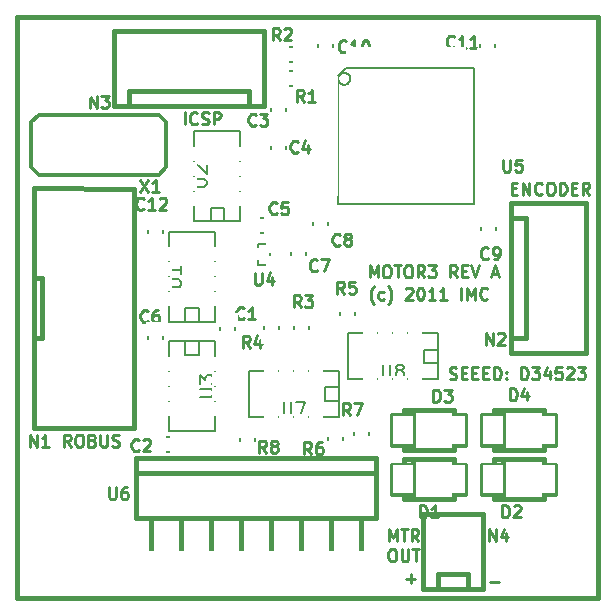
<source format=gto>
G04 (created by PCBNEW-RS274X (2011-08-24 BZR 3081)-stable) date Thu 22 Sep 2011 09:33:31 PM PDT*
G01*
G70*
G90*
%MOIN*%
G04 Gerber Fmt 3.4, Leading zero omitted, Abs format*
%FSLAX34Y34*%
G04 APERTURE LIST*
%ADD10C,0.006000*%
%ADD11C,0.010000*%
%ADD12C,0.015000*%
%ADD13C,0.005000*%
%ADD14C,0.007900*%
%ADD15C,0.012000*%
%ADD16C,0.008000*%
%ADD17C,0.280000*%
%ADD18R,0.080000X0.080000*%
%ADD19C,0.080000*%
%ADD20R,0.065000X0.045000*%
%ADD21R,0.045000X0.065000*%
%ADD22R,0.030000X0.067200*%
%ADD23R,0.067200X0.030000*%
%ADD24R,0.059400X0.043600*%
%ADD25R,0.067200X0.094800*%
%ADD26R,0.088900X0.045600*%
%ADD27R,0.045600X0.088900*%
G04 APERTURE END LIST*
G54D10*
G54D11*
X53943Y-51593D02*
X54000Y-51612D01*
X54096Y-51612D01*
X54134Y-51593D01*
X54153Y-51574D01*
X54172Y-51536D01*
X54172Y-51498D01*
X54153Y-51460D01*
X54134Y-51440D01*
X54096Y-51421D01*
X54019Y-51402D01*
X53981Y-51383D01*
X53962Y-51364D01*
X53943Y-51326D01*
X53943Y-51288D01*
X53962Y-51250D01*
X53981Y-51231D01*
X54019Y-51212D01*
X54115Y-51212D01*
X54172Y-51231D01*
X54343Y-51402D02*
X54477Y-51402D01*
X54534Y-51612D02*
X54343Y-51612D01*
X54343Y-51212D01*
X54534Y-51212D01*
X54705Y-51402D02*
X54839Y-51402D01*
X54896Y-51612D02*
X54705Y-51612D01*
X54705Y-51212D01*
X54896Y-51212D01*
X55067Y-51402D02*
X55201Y-51402D01*
X55258Y-51612D02*
X55067Y-51612D01*
X55067Y-51212D01*
X55258Y-51212D01*
X55429Y-51612D02*
X55429Y-51212D01*
X55524Y-51212D01*
X55582Y-51231D01*
X55620Y-51269D01*
X55639Y-51307D01*
X55658Y-51383D01*
X55658Y-51440D01*
X55639Y-51517D01*
X55620Y-51555D01*
X55582Y-51593D01*
X55524Y-51612D01*
X55429Y-51612D01*
X55829Y-51574D02*
X55848Y-51593D01*
X55829Y-51612D01*
X55810Y-51593D01*
X55829Y-51574D01*
X55829Y-51612D01*
X55829Y-51364D02*
X55848Y-51383D01*
X55829Y-51402D01*
X55810Y-51383D01*
X55829Y-51364D01*
X55829Y-51402D01*
X56324Y-51612D02*
X56324Y-51212D01*
X56419Y-51212D01*
X56477Y-51231D01*
X56515Y-51269D01*
X56534Y-51307D01*
X56553Y-51383D01*
X56553Y-51440D01*
X56534Y-51517D01*
X56515Y-51555D01*
X56477Y-51593D01*
X56419Y-51612D01*
X56324Y-51612D01*
X56686Y-51212D02*
X56934Y-51212D01*
X56800Y-51364D01*
X56858Y-51364D01*
X56896Y-51383D01*
X56915Y-51402D01*
X56934Y-51440D01*
X56934Y-51536D01*
X56915Y-51574D01*
X56896Y-51593D01*
X56858Y-51612D01*
X56743Y-51612D01*
X56705Y-51593D01*
X56686Y-51574D01*
X57277Y-51345D02*
X57277Y-51612D01*
X57181Y-51193D02*
X57086Y-51479D01*
X57334Y-51479D01*
X57677Y-51212D02*
X57486Y-51212D01*
X57467Y-51402D01*
X57486Y-51383D01*
X57524Y-51364D01*
X57620Y-51364D01*
X57658Y-51383D01*
X57677Y-51402D01*
X57696Y-51440D01*
X57696Y-51536D01*
X57677Y-51574D01*
X57658Y-51593D01*
X57620Y-51612D01*
X57524Y-51612D01*
X57486Y-51593D01*
X57467Y-51574D01*
X57848Y-51250D02*
X57867Y-51231D01*
X57905Y-51212D01*
X58001Y-51212D01*
X58039Y-51231D01*
X58058Y-51250D01*
X58077Y-51288D01*
X58077Y-51326D01*
X58058Y-51383D01*
X57829Y-51612D01*
X58077Y-51612D01*
X58210Y-51212D02*
X58458Y-51212D01*
X58324Y-51364D01*
X58382Y-51364D01*
X58420Y-51383D01*
X58439Y-51402D01*
X58458Y-51440D01*
X58458Y-51536D01*
X58439Y-51574D01*
X58420Y-51593D01*
X58382Y-51612D01*
X58267Y-51612D01*
X58229Y-51593D01*
X58210Y-51574D01*
X51431Y-49114D02*
X51411Y-49095D01*
X51373Y-49038D01*
X51354Y-49000D01*
X51335Y-48943D01*
X51316Y-48848D01*
X51316Y-48771D01*
X51335Y-48676D01*
X51354Y-48619D01*
X51373Y-48581D01*
X51411Y-48524D01*
X51431Y-48505D01*
X51755Y-48943D02*
X51717Y-48962D01*
X51640Y-48962D01*
X51602Y-48943D01*
X51583Y-48924D01*
X51564Y-48886D01*
X51564Y-48771D01*
X51583Y-48733D01*
X51602Y-48714D01*
X51640Y-48695D01*
X51717Y-48695D01*
X51755Y-48714D01*
X51888Y-49114D02*
X51907Y-49095D01*
X51945Y-49038D01*
X51964Y-49000D01*
X51983Y-48943D01*
X52002Y-48848D01*
X52002Y-48771D01*
X51983Y-48676D01*
X51964Y-48619D01*
X51945Y-48581D01*
X51907Y-48524D01*
X51888Y-48505D01*
X52479Y-48600D02*
X52498Y-48581D01*
X52536Y-48562D01*
X52632Y-48562D01*
X52670Y-48581D01*
X52689Y-48600D01*
X52708Y-48638D01*
X52708Y-48676D01*
X52689Y-48733D01*
X52460Y-48962D01*
X52708Y-48962D01*
X52955Y-48562D02*
X52994Y-48562D01*
X53032Y-48581D01*
X53051Y-48600D01*
X53070Y-48638D01*
X53089Y-48714D01*
X53089Y-48810D01*
X53070Y-48886D01*
X53051Y-48924D01*
X53032Y-48943D01*
X52994Y-48962D01*
X52955Y-48962D01*
X52917Y-48943D01*
X52898Y-48924D01*
X52879Y-48886D01*
X52860Y-48810D01*
X52860Y-48714D01*
X52879Y-48638D01*
X52898Y-48600D01*
X52917Y-48581D01*
X52955Y-48562D01*
X53470Y-48962D02*
X53241Y-48962D01*
X53355Y-48962D02*
X53355Y-48562D01*
X53317Y-48619D01*
X53279Y-48657D01*
X53241Y-48676D01*
X53851Y-48962D02*
X53622Y-48962D01*
X53736Y-48962D02*
X53736Y-48562D01*
X53698Y-48619D01*
X53660Y-48657D01*
X53622Y-48676D01*
X54327Y-48962D02*
X54327Y-48562D01*
X54517Y-48962D02*
X54517Y-48562D01*
X54651Y-48848D01*
X54784Y-48562D01*
X54784Y-48962D01*
X55203Y-48924D02*
X55184Y-48943D01*
X55127Y-48962D01*
X55089Y-48962D01*
X55031Y-48943D01*
X54993Y-48905D01*
X54974Y-48867D01*
X54955Y-48790D01*
X54955Y-48733D01*
X54974Y-48657D01*
X54993Y-48619D01*
X55031Y-48581D01*
X55089Y-48562D01*
X55127Y-48562D01*
X55184Y-48581D01*
X55203Y-48600D01*
X51276Y-48212D02*
X51276Y-47812D01*
X51410Y-48098D01*
X51543Y-47812D01*
X51543Y-48212D01*
X51809Y-47812D02*
X51886Y-47812D01*
X51924Y-47831D01*
X51962Y-47869D01*
X51981Y-47945D01*
X51981Y-48079D01*
X51962Y-48155D01*
X51924Y-48193D01*
X51886Y-48212D01*
X51809Y-48212D01*
X51771Y-48193D01*
X51733Y-48155D01*
X51714Y-48079D01*
X51714Y-47945D01*
X51733Y-47869D01*
X51771Y-47831D01*
X51809Y-47812D01*
X52095Y-47812D02*
X52324Y-47812D01*
X52209Y-48212D02*
X52209Y-47812D01*
X52533Y-47812D02*
X52610Y-47812D01*
X52648Y-47831D01*
X52686Y-47869D01*
X52705Y-47945D01*
X52705Y-48079D01*
X52686Y-48155D01*
X52648Y-48193D01*
X52610Y-48212D01*
X52533Y-48212D01*
X52495Y-48193D01*
X52457Y-48155D01*
X52438Y-48079D01*
X52438Y-47945D01*
X52457Y-47869D01*
X52495Y-47831D01*
X52533Y-47812D01*
X53105Y-48212D02*
X52971Y-48021D01*
X52876Y-48212D02*
X52876Y-47812D01*
X53029Y-47812D01*
X53067Y-47831D01*
X53086Y-47850D01*
X53105Y-47888D01*
X53105Y-47945D01*
X53086Y-47983D01*
X53067Y-48002D01*
X53029Y-48021D01*
X52876Y-48021D01*
X53238Y-47812D02*
X53486Y-47812D01*
X53352Y-47964D01*
X53410Y-47964D01*
X53448Y-47983D01*
X53467Y-48002D01*
X53486Y-48040D01*
X53486Y-48136D01*
X53467Y-48174D01*
X53448Y-48193D01*
X53410Y-48212D01*
X53295Y-48212D01*
X53257Y-48193D01*
X53238Y-48174D01*
X54191Y-48212D02*
X54057Y-48021D01*
X53962Y-48212D02*
X53962Y-47812D01*
X54115Y-47812D01*
X54153Y-47831D01*
X54172Y-47850D01*
X54191Y-47888D01*
X54191Y-47945D01*
X54172Y-47983D01*
X54153Y-48002D01*
X54115Y-48021D01*
X53962Y-48021D01*
X54362Y-48002D02*
X54496Y-48002D01*
X54553Y-48212D02*
X54362Y-48212D01*
X54362Y-47812D01*
X54553Y-47812D01*
X54667Y-47812D02*
X54800Y-48212D01*
X54934Y-47812D01*
X55353Y-48098D02*
X55544Y-48098D01*
X55315Y-48212D02*
X55448Y-47812D01*
X55582Y-48212D01*
X41315Y-53862D02*
X41181Y-53671D01*
X41086Y-53862D02*
X41086Y-53462D01*
X41239Y-53462D01*
X41277Y-53481D01*
X41296Y-53500D01*
X41315Y-53538D01*
X41315Y-53595D01*
X41296Y-53633D01*
X41277Y-53652D01*
X41239Y-53671D01*
X41086Y-53671D01*
X41562Y-53462D02*
X41639Y-53462D01*
X41677Y-53481D01*
X41715Y-53519D01*
X41734Y-53595D01*
X41734Y-53729D01*
X41715Y-53805D01*
X41677Y-53843D01*
X41639Y-53862D01*
X41562Y-53862D01*
X41524Y-53843D01*
X41486Y-53805D01*
X41467Y-53729D01*
X41467Y-53595D01*
X41486Y-53519D01*
X41524Y-53481D01*
X41562Y-53462D01*
X42039Y-53652D02*
X42096Y-53671D01*
X42115Y-53690D01*
X42134Y-53729D01*
X42134Y-53786D01*
X42115Y-53824D01*
X42096Y-53843D01*
X42058Y-53862D01*
X41905Y-53862D01*
X41905Y-53462D01*
X42039Y-53462D01*
X42077Y-53481D01*
X42096Y-53500D01*
X42115Y-53538D01*
X42115Y-53576D01*
X42096Y-53614D01*
X42077Y-53633D01*
X42039Y-53652D01*
X41905Y-53652D01*
X42305Y-53462D02*
X42305Y-53786D01*
X42324Y-53824D01*
X42343Y-53843D01*
X42381Y-53862D01*
X42458Y-53862D01*
X42496Y-53843D01*
X42515Y-53824D01*
X42534Y-53786D01*
X42534Y-53462D01*
X42705Y-53843D02*
X42762Y-53862D01*
X42858Y-53862D01*
X42896Y-53843D01*
X42915Y-53824D01*
X42934Y-53786D01*
X42934Y-53748D01*
X42915Y-53710D01*
X42896Y-53690D01*
X42858Y-53671D01*
X42781Y-53652D01*
X42743Y-53633D01*
X42724Y-53614D01*
X42705Y-53576D01*
X42705Y-53538D01*
X42724Y-53500D01*
X42743Y-53481D01*
X42781Y-53462D01*
X42877Y-53462D01*
X42934Y-53481D01*
X45110Y-43112D02*
X45110Y-42712D01*
X45529Y-43074D02*
X45510Y-43093D01*
X45453Y-43112D01*
X45415Y-43112D01*
X45357Y-43093D01*
X45319Y-43055D01*
X45300Y-43017D01*
X45281Y-42940D01*
X45281Y-42883D01*
X45300Y-42807D01*
X45319Y-42769D01*
X45357Y-42731D01*
X45415Y-42712D01*
X45453Y-42712D01*
X45510Y-42731D01*
X45529Y-42750D01*
X45681Y-43093D02*
X45738Y-43112D01*
X45834Y-43112D01*
X45872Y-43093D01*
X45891Y-43074D01*
X45910Y-43036D01*
X45910Y-42998D01*
X45891Y-42960D01*
X45872Y-42940D01*
X45834Y-42921D01*
X45757Y-42902D01*
X45719Y-42883D01*
X45700Y-42864D01*
X45681Y-42826D01*
X45681Y-42788D01*
X45700Y-42750D01*
X45719Y-42731D01*
X45757Y-42712D01*
X45853Y-42712D01*
X45910Y-42731D01*
X46081Y-43112D02*
X46081Y-42712D01*
X46234Y-42712D01*
X46272Y-42731D01*
X46291Y-42750D01*
X46310Y-42788D01*
X46310Y-42845D01*
X46291Y-42883D01*
X46272Y-42902D01*
X46234Y-42921D01*
X46081Y-42921D01*
X55298Y-58360D02*
X55603Y-58360D01*
X52498Y-58260D02*
X52803Y-58260D01*
X52651Y-58412D02*
X52651Y-58107D01*
X51914Y-57012D02*
X51914Y-56612D01*
X52048Y-56898D01*
X52181Y-56612D01*
X52181Y-57012D01*
X52314Y-56612D02*
X52543Y-56612D01*
X52428Y-57012D02*
X52428Y-56612D01*
X52905Y-57012D02*
X52771Y-56821D01*
X52676Y-57012D02*
X52676Y-56612D01*
X52829Y-56612D01*
X52867Y-56631D01*
X52886Y-56650D01*
X52905Y-56688D01*
X52905Y-56745D01*
X52886Y-56783D01*
X52867Y-56802D01*
X52829Y-56821D01*
X52676Y-56821D01*
X52000Y-57272D02*
X52077Y-57272D01*
X52115Y-57291D01*
X52153Y-57329D01*
X52172Y-57405D01*
X52172Y-57539D01*
X52153Y-57615D01*
X52115Y-57653D01*
X52077Y-57672D01*
X52000Y-57672D01*
X51962Y-57653D01*
X51924Y-57615D01*
X51905Y-57539D01*
X51905Y-57405D01*
X51924Y-57329D01*
X51962Y-57291D01*
X52000Y-57272D01*
X52343Y-57272D02*
X52343Y-57596D01*
X52362Y-57634D01*
X52381Y-57653D01*
X52419Y-57672D01*
X52496Y-57672D01*
X52534Y-57653D01*
X52553Y-57634D01*
X52572Y-57596D01*
X52572Y-57272D01*
X52705Y-57272D02*
X52934Y-57272D01*
X52819Y-57672D02*
X52819Y-57272D01*
X56014Y-45252D02*
X56148Y-45252D01*
X56205Y-45462D02*
X56014Y-45462D01*
X56014Y-45062D01*
X56205Y-45062D01*
X56376Y-45462D02*
X56376Y-45062D01*
X56605Y-45462D01*
X56605Y-45062D01*
X57024Y-45424D02*
X57005Y-45443D01*
X56948Y-45462D01*
X56910Y-45462D01*
X56852Y-45443D01*
X56814Y-45405D01*
X56795Y-45367D01*
X56776Y-45290D01*
X56776Y-45233D01*
X56795Y-45157D01*
X56814Y-45119D01*
X56852Y-45081D01*
X56910Y-45062D01*
X56948Y-45062D01*
X57005Y-45081D01*
X57024Y-45100D01*
X57271Y-45062D02*
X57348Y-45062D01*
X57386Y-45081D01*
X57424Y-45119D01*
X57443Y-45195D01*
X57443Y-45329D01*
X57424Y-45405D01*
X57386Y-45443D01*
X57348Y-45462D01*
X57271Y-45462D01*
X57233Y-45443D01*
X57195Y-45405D01*
X57176Y-45329D01*
X57176Y-45195D01*
X57195Y-45119D01*
X57233Y-45081D01*
X57271Y-45062D01*
X57614Y-45462D02*
X57614Y-45062D01*
X57709Y-45062D01*
X57767Y-45081D01*
X57805Y-45119D01*
X57824Y-45157D01*
X57843Y-45233D01*
X57843Y-45290D01*
X57824Y-45367D01*
X57805Y-45405D01*
X57767Y-45443D01*
X57709Y-45462D01*
X57614Y-45462D01*
X58014Y-45252D02*
X58148Y-45252D01*
X58205Y-45462D02*
X58014Y-45462D01*
X58014Y-45062D01*
X58205Y-45062D01*
X58605Y-45462D02*
X58471Y-45271D01*
X58376Y-45462D02*
X58376Y-45062D01*
X58529Y-45062D01*
X58567Y-45081D01*
X58586Y-45100D01*
X58605Y-45138D01*
X58605Y-45195D01*
X58586Y-45233D01*
X58567Y-45252D01*
X58529Y-45271D01*
X58376Y-45271D01*
G54D12*
X39520Y-58906D02*
X39520Y-39520D01*
X58906Y-58906D02*
X39520Y-58906D01*
X58906Y-39520D02*
X58906Y-58906D01*
X39520Y-39520D02*
X58906Y-39520D01*
X39520Y-58906D02*
X39520Y-39520D01*
X58906Y-58906D02*
X39520Y-58906D01*
X58906Y-39520D02*
X58906Y-58906D01*
X39520Y-39520D02*
X58906Y-39520D01*
X40100Y-48250D02*
X40350Y-48250D01*
X40350Y-48250D02*
X40350Y-50250D01*
X40350Y-50250D02*
X40100Y-50250D01*
X43424Y-45254D02*
X43424Y-53248D01*
X43424Y-53248D02*
X40076Y-53248D01*
X40076Y-53248D02*
X40078Y-45252D01*
X40078Y-45252D02*
X43424Y-45254D01*
G54D13*
X46300Y-50400D02*
X46300Y-49500D01*
X46300Y-49500D02*
X46800Y-49500D01*
X46800Y-49500D02*
X46800Y-50400D01*
X46800Y-50400D02*
X46300Y-50400D01*
X48000Y-43100D02*
X48000Y-42200D01*
X48000Y-42200D02*
X48500Y-42200D01*
X48500Y-42200D02*
X48500Y-43100D01*
X48500Y-43100D02*
X48000Y-43100D01*
X48500Y-43450D02*
X48500Y-44350D01*
X48500Y-44350D02*
X48000Y-44350D01*
X48000Y-44350D02*
X48000Y-43450D01*
X48000Y-43450D02*
X48500Y-43450D01*
X44100Y-53550D02*
X45000Y-53550D01*
X45000Y-53550D02*
X45000Y-54050D01*
X45000Y-54050D02*
X44100Y-54050D01*
X44100Y-54050D02*
X44100Y-53550D01*
G54D14*
X54358Y-41240D02*
X54358Y-40926D01*
X54358Y-40926D02*
X50626Y-40926D01*
X50626Y-40926D02*
X50628Y-41232D01*
X54760Y-45376D02*
X55072Y-45376D01*
X55072Y-45376D02*
X55072Y-41632D01*
X55072Y-41632D02*
X54772Y-41632D01*
X50620Y-45756D02*
X50620Y-46076D01*
X50620Y-46076D02*
X54372Y-46076D01*
X54372Y-46076D02*
X54380Y-45756D01*
X50212Y-45388D02*
X49892Y-45388D01*
X49892Y-45388D02*
X49892Y-41620D01*
X49892Y-41620D02*
X50212Y-41620D01*
X50230Y-45760D02*
X50230Y-41490D01*
X54760Y-45760D02*
X50250Y-45760D01*
X54760Y-41240D02*
X50480Y-41240D01*
X54760Y-45760D02*
X54760Y-41250D01*
X50630Y-41592D02*
X50626Y-41630D01*
X50614Y-41668D01*
X50596Y-41702D01*
X50571Y-41732D01*
X50541Y-41757D01*
X50507Y-41776D01*
X50470Y-41787D01*
X50431Y-41791D01*
X50393Y-41788D01*
X50356Y-41777D01*
X50321Y-41759D01*
X50291Y-41734D01*
X50265Y-41704D01*
X50247Y-41670D01*
X50235Y-41633D01*
X50231Y-41594D01*
X50234Y-41556D01*
X50245Y-41519D01*
X50262Y-41484D01*
X50287Y-41454D01*
X50316Y-41428D01*
X50350Y-41409D01*
X50388Y-41397D01*
X50426Y-41393D01*
X50464Y-41396D01*
X50502Y-41406D01*
X50537Y-41424D01*
X50567Y-41448D01*
X50593Y-41477D01*
X50612Y-41511D01*
X50625Y-41548D01*
X50629Y-41587D01*
X50630Y-41592D01*
X50480Y-41242D02*
X50230Y-41492D01*
G54D13*
X47550Y-47550D02*
X47550Y-47800D01*
X47550Y-47800D02*
X47950Y-47800D01*
X47950Y-47100D02*
X47550Y-47100D01*
X47550Y-47100D02*
X47550Y-47350D01*
X47500Y-47550D02*
X47550Y-47550D01*
X47550Y-47350D02*
X47500Y-47350D01*
X47950Y-47800D02*
X47950Y-47100D01*
X47500Y-47350D02*
X47500Y-47550D01*
X47450Y-53200D02*
X47450Y-54100D01*
X47450Y-54100D02*
X46950Y-54100D01*
X46950Y-54100D02*
X46950Y-53200D01*
X46950Y-53200D02*
X47450Y-53200D01*
X51250Y-53000D02*
X51250Y-53900D01*
X51250Y-53900D02*
X50750Y-53900D01*
X50750Y-53900D02*
X50750Y-53000D01*
X50750Y-53000D02*
X51250Y-53000D01*
X50400Y-53150D02*
X50400Y-54050D01*
X50400Y-54050D02*
X49900Y-54050D01*
X49900Y-54050D02*
X49900Y-53150D01*
X49900Y-53150D02*
X50400Y-53150D01*
X50800Y-49000D02*
X50800Y-49900D01*
X50800Y-49900D02*
X50300Y-49900D01*
X50300Y-49900D02*
X50300Y-49000D01*
X50300Y-49000D02*
X50800Y-49000D01*
X48250Y-49450D02*
X48250Y-50350D01*
X48250Y-50350D02*
X47750Y-50350D01*
X47750Y-50350D02*
X47750Y-49450D01*
X47750Y-49450D02*
X48250Y-49450D01*
X49250Y-49450D02*
X49250Y-50350D01*
X49250Y-50350D02*
X48750Y-50350D01*
X48750Y-50350D02*
X48750Y-49450D01*
X48750Y-49450D02*
X49250Y-49450D01*
X48200Y-40550D02*
X49100Y-40550D01*
X49100Y-40550D02*
X49100Y-41050D01*
X49100Y-41050D02*
X48200Y-41050D01*
X48200Y-41050D02*
X48200Y-40550D01*
X48200Y-41350D02*
X49100Y-41350D01*
X49100Y-41350D02*
X49100Y-41850D01*
X49100Y-41850D02*
X48200Y-41850D01*
X48200Y-41850D02*
X48200Y-41350D01*
X54950Y-40950D02*
X54950Y-40050D01*
X54950Y-40050D02*
X55450Y-40050D01*
X55450Y-40050D02*
X55450Y-40950D01*
X55450Y-40950D02*
X54950Y-40950D01*
X49550Y-40950D02*
X49550Y-40050D01*
X49550Y-40050D02*
X50050Y-40050D01*
X50050Y-40050D02*
X50050Y-40950D01*
X50050Y-40950D02*
X49550Y-40950D01*
X55500Y-46150D02*
X55500Y-47050D01*
X55500Y-47050D02*
X55000Y-47050D01*
X55000Y-47050D02*
X55000Y-46150D01*
X55000Y-46150D02*
X55500Y-46150D01*
X49900Y-46000D02*
X49900Y-46900D01*
X49900Y-46900D02*
X49400Y-46900D01*
X49400Y-46900D02*
X49400Y-46000D01*
X49400Y-46000D02*
X49900Y-46000D01*
X49150Y-47000D02*
X49150Y-47900D01*
X49150Y-47900D02*
X48650Y-47900D01*
X48650Y-47900D02*
X48650Y-47000D01*
X48650Y-47000D02*
X49150Y-47000D01*
X43900Y-50700D02*
X43900Y-49800D01*
X43900Y-49800D02*
X44400Y-49800D01*
X44400Y-49800D02*
X44400Y-50700D01*
X44400Y-50700D02*
X43900Y-50700D01*
X47250Y-46250D02*
X48150Y-46250D01*
X48150Y-46250D02*
X48150Y-46750D01*
X48150Y-46750D02*
X47250Y-46750D01*
X47250Y-46750D02*
X47250Y-46250D01*
G54D12*
X51500Y-54750D02*
X51500Y-54250D01*
X51500Y-54250D02*
X43500Y-54250D01*
X43500Y-54250D02*
X43500Y-54750D01*
X51000Y-56250D02*
X51500Y-56250D01*
X51500Y-54750D02*
X51000Y-54750D01*
X51000Y-57750D02*
X51000Y-56250D01*
X50000Y-57750D02*
X50000Y-56250D01*
X49000Y-57750D02*
X49000Y-56250D01*
X48000Y-57750D02*
X48000Y-56250D01*
X47000Y-57750D02*
X47000Y-56250D01*
X46000Y-57750D02*
X46000Y-56250D01*
X45000Y-57750D02*
X45000Y-56250D01*
X44000Y-57750D02*
X44000Y-56250D01*
X43500Y-56250D02*
X51000Y-56250D01*
X51500Y-56250D02*
X51500Y-54750D01*
X51000Y-54750D02*
X43500Y-54750D01*
X43500Y-54750D02*
X43500Y-56250D01*
X47250Y-42500D02*
X47250Y-42000D01*
X47250Y-42000D02*
X43250Y-42000D01*
X43250Y-42000D02*
X43250Y-42500D01*
X42750Y-42500D02*
X47750Y-42500D01*
X42750Y-42500D02*
X42750Y-40000D01*
X42750Y-40000D02*
X47750Y-40000D01*
X47750Y-40000D02*
X47750Y-42500D01*
X56000Y-50250D02*
X56500Y-50250D01*
X56500Y-50250D02*
X56500Y-46250D01*
X56500Y-46250D02*
X56000Y-46250D01*
X56000Y-45750D02*
X56000Y-50750D01*
X56000Y-45750D02*
X58500Y-45750D01*
X58500Y-45750D02*
X58500Y-50750D01*
X58500Y-50750D02*
X56000Y-50750D01*
G54D15*
X44250Y-42800D02*
X44500Y-43050D01*
X44500Y-43050D02*
X44500Y-44550D01*
X44500Y-44550D02*
X44250Y-44800D01*
X44250Y-44800D02*
X40250Y-44800D01*
X40250Y-44800D02*
X40000Y-44550D01*
X40000Y-44550D02*
X40000Y-43050D01*
X40000Y-43050D02*
X40250Y-42800D01*
X40250Y-42800D02*
X44250Y-42800D01*
G54D12*
X55050Y-56100D02*
X53050Y-56100D01*
X54550Y-58100D02*
X53550Y-58100D01*
X55050Y-58600D02*
X53050Y-58600D01*
X54550Y-58600D02*
X54550Y-58100D01*
X53550Y-58100D02*
X53550Y-58600D01*
X53050Y-58600D02*
X53050Y-56100D01*
X55050Y-56100D02*
X55050Y-58600D01*
G54D13*
X43900Y-47150D02*
X43900Y-46250D01*
X43900Y-46250D02*
X44400Y-46250D01*
X44400Y-46250D02*
X44400Y-47150D01*
X44400Y-47150D02*
X43900Y-47150D01*
G54D12*
X52423Y-52808D02*
X52738Y-52808D01*
X52423Y-53792D02*
X52738Y-53792D01*
X52738Y-53969D02*
X52738Y-52631D01*
X52030Y-52808D02*
X52423Y-52808D01*
X52423Y-52808D02*
X52423Y-52631D01*
X52423Y-52631D02*
X54077Y-52631D01*
X54077Y-52631D02*
X54077Y-52808D01*
X54077Y-52808D02*
X54470Y-52808D01*
X54470Y-52808D02*
X54470Y-53792D01*
X54470Y-53792D02*
X54077Y-53792D01*
X54077Y-53792D02*
X54077Y-53969D01*
X54077Y-53969D02*
X52423Y-53969D01*
X52423Y-53969D02*
X52423Y-53792D01*
X52423Y-53792D02*
X52030Y-53792D01*
X52030Y-53792D02*
X52030Y-52808D01*
X52423Y-54458D02*
X52738Y-54458D01*
X52423Y-55442D02*
X52738Y-55442D01*
X52738Y-55619D02*
X52738Y-54281D01*
X52030Y-54458D02*
X52423Y-54458D01*
X52423Y-54458D02*
X52423Y-54281D01*
X52423Y-54281D02*
X54077Y-54281D01*
X54077Y-54281D02*
X54077Y-54458D01*
X54077Y-54458D02*
X54470Y-54458D01*
X54470Y-54458D02*
X54470Y-55442D01*
X54470Y-55442D02*
X54077Y-55442D01*
X54077Y-55442D02*
X54077Y-55619D01*
X54077Y-55619D02*
X52423Y-55619D01*
X52423Y-55619D02*
X52423Y-55442D01*
X52423Y-55442D02*
X52030Y-55442D01*
X52030Y-55442D02*
X52030Y-54458D01*
X55423Y-52808D02*
X55738Y-52808D01*
X55423Y-53792D02*
X55738Y-53792D01*
X55738Y-53969D02*
X55738Y-52631D01*
X55030Y-52808D02*
X55423Y-52808D01*
X55423Y-52808D02*
X55423Y-52631D01*
X55423Y-52631D02*
X57077Y-52631D01*
X57077Y-52631D02*
X57077Y-52808D01*
X57077Y-52808D02*
X57470Y-52808D01*
X57470Y-52808D02*
X57470Y-53792D01*
X57470Y-53792D02*
X57077Y-53792D01*
X57077Y-53792D02*
X57077Y-53969D01*
X57077Y-53969D02*
X55423Y-53969D01*
X55423Y-53969D02*
X55423Y-53792D01*
X55423Y-53792D02*
X55030Y-53792D01*
X55030Y-53792D02*
X55030Y-52808D01*
X55423Y-54458D02*
X55738Y-54458D01*
X55423Y-55442D02*
X55738Y-55442D01*
X55738Y-55619D02*
X55738Y-54281D01*
X55030Y-54458D02*
X55423Y-54458D01*
X55423Y-54458D02*
X55423Y-54281D01*
X55423Y-54281D02*
X57077Y-54281D01*
X57077Y-54281D02*
X57077Y-54458D01*
X57077Y-54458D02*
X57470Y-54458D01*
X57470Y-54458D02*
X57470Y-55442D01*
X57470Y-55442D02*
X57077Y-55442D01*
X57077Y-55442D02*
X57077Y-55619D01*
X57077Y-55619D02*
X55423Y-55619D01*
X55423Y-55619D02*
X55423Y-55442D01*
X55423Y-55442D02*
X55030Y-55442D01*
X55030Y-55442D02*
X55030Y-54458D01*
G54D13*
X45433Y-46350D02*
X45433Y-43350D01*
X45433Y-43350D02*
X46967Y-43350D01*
X46967Y-43350D02*
X46967Y-46350D01*
X46967Y-46350D02*
X45433Y-46350D01*
X45975Y-46350D02*
X45975Y-45900D01*
X45975Y-45900D02*
X46425Y-45900D01*
X46425Y-45900D02*
X46425Y-46350D01*
X44583Y-49700D02*
X44583Y-46700D01*
X44583Y-46700D02*
X46117Y-46700D01*
X46117Y-46700D02*
X46117Y-49700D01*
X46117Y-49700D02*
X44583Y-49700D01*
X45125Y-49700D02*
X45125Y-49250D01*
X45125Y-49250D02*
X45575Y-49250D01*
X45575Y-49250D02*
X45575Y-49700D01*
X46117Y-50350D02*
X46117Y-53350D01*
X46117Y-53350D02*
X44583Y-53350D01*
X44583Y-53350D02*
X44583Y-50350D01*
X44583Y-50350D02*
X46117Y-50350D01*
X45575Y-50350D02*
X45575Y-50800D01*
X45575Y-50800D02*
X45125Y-50800D01*
X45125Y-50800D02*
X45125Y-50350D01*
X50250Y-52867D02*
X47250Y-52867D01*
X47250Y-52867D02*
X47250Y-51333D01*
X47250Y-51333D02*
X50250Y-51333D01*
X50250Y-51333D02*
X50250Y-52867D01*
X50250Y-52325D02*
X49800Y-52325D01*
X49800Y-52325D02*
X49800Y-51875D01*
X49800Y-51875D02*
X50250Y-51875D01*
X53550Y-51617D02*
X50550Y-51617D01*
X50550Y-51617D02*
X50550Y-50083D01*
X50550Y-50083D02*
X53550Y-50083D01*
X53550Y-50083D02*
X53550Y-51617D01*
X53550Y-51075D02*
X53100Y-51075D01*
X53100Y-51075D02*
X53100Y-50625D01*
X53100Y-50625D02*
X53550Y-50625D01*
G54D15*
G54D11*
X39945Y-53862D02*
X39945Y-53462D01*
X40174Y-53862D01*
X40174Y-53462D01*
X40574Y-53862D02*
X40345Y-53862D01*
X40459Y-53862D02*
X40459Y-53462D01*
X40421Y-53519D01*
X40383Y-53557D01*
X40345Y-53576D01*
X47084Y-49574D02*
X47065Y-49593D01*
X47008Y-49612D01*
X46970Y-49612D01*
X46912Y-49593D01*
X46874Y-49555D01*
X46855Y-49517D01*
X46836Y-49440D01*
X46836Y-49383D01*
X46855Y-49307D01*
X46874Y-49269D01*
X46912Y-49231D01*
X46970Y-49212D01*
X47008Y-49212D01*
X47065Y-49231D01*
X47084Y-49250D01*
X47465Y-49612D02*
X47236Y-49612D01*
X47350Y-49612D02*
X47350Y-49212D01*
X47312Y-49269D01*
X47274Y-49307D01*
X47236Y-49326D01*
X47484Y-43124D02*
X47465Y-43143D01*
X47408Y-43162D01*
X47370Y-43162D01*
X47312Y-43143D01*
X47274Y-43105D01*
X47255Y-43067D01*
X47236Y-42990D01*
X47236Y-42933D01*
X47255Y-42857D01*
X47274Y-42819D01*
X47312Y-42781D01*
X47370Y-42762D01*
X47408Y-42762D01*
X47465Y-42781D01*
X47484Y-42800D01*
X47617Y-42762D02*
X47865Y-42762D01*
X47731Y-42914D01*
X47789Y-42914D01*
X47827Y-42933D01*
X47846Y-42952D01*
X47865Y-42990D01*
X47865Y-43086D01*
X47846Y-43124D01*
X47827Y-43143D01*
X47789Y-43162D01*
X47674Y-43162D01*
X47636Y-43143D01*
X47617Y-43124D01*
X48884Y-44024D02*
X48865Y-44043D01*
X48808Y-44062D01*
X48770Y-44062D01*
X48712Y-44043D01*
X48674Y-44005D01*
X48655Y-43967D01*
X48636Y-43890D01*
X48636Y-43833D01*
X48655Y-43757D01*
X48674Y-43719D01*
X48712Y-43681D01*
X48770Y-43662D01*
X48808Y-43662D01*
X48865Y-43681D01*
X48884Y-43700D01*
X49227Y-43795D02*
X49227Y-44062D01*
X49131Y-43643D02*
X49036Y-43929D01*
X49284Y-43929D01*
X43584Y-53974D02*
X43565Y-53993D01*
X43508Y-54012D01*
X43470Y-54012D01*
X43412Y-53993D01*
X43374Y-53955D01*
X43355Y-53917D01*
X43336Y-53840D01*
X43336Y-53783D01*
X43355Y-53707D01*
X43374Y-53669D01*
X43412Y-53631D01*
X43470Y-53612D01*
X43508Y-53612D01*
X43565Y-53631D01*
X43584Y-53650D01*
X43736Y-53650D02*
X43755Y-53631D01*
X43793Y-53612D01*
X43889Y-53612D01*
X43927Y-53631D01*
X43946Y-53650D01*
X43965Y-53688D01*
X43965Y-53726D01*
X43946Y-53783D01*
X43717Y-54012D01*
X43965Y-54012D01*
X55730Y-44290D02*
X55730Y-44614D01*
X55749Y-44652D01*
X55768Y-44671D01*
X55806Y-44690D01*
X55883Y-44690D01*
X55921Y-44671D01*
X55940Y-44652D01*
X55959Y-44614D01*
X55959Y-44290D01*
X56340Y-44290D02*
X56149Y-44290D01*
X56130Y-44480D01*
X56149Y-44461D01*
X56187Y-44442D01*
X56283Y-44442D01*
X56321Y-44461D01*
X56340Y-44480D01*
X56359Y-44518D01*
X56359Y-44614D01*
X56340Y-44652D01*
X56321Y-44671D01*
X56283Y-44690D01*
X56187Y-44690D01*
X56149Y-44671D01*
X56130Y-44652D01*
X47445Y-48062D02*
X47445Y-48386D01*
X47464Y-48424D01*
X47483Y-48443D01*
X47521Y-48462D01*
X47598Y-48462D01*
X47636Y-48443D01*
X47655Y-48424D01*
X47674Y-48386D01*
X47674Y-48062D01*
X48036Y-48195D02*
X48036Y-48462D01*
X47940Y-48043D02*
X47845Y-48329D01*
X48093Y-48329D01*
X47834Y-54062D02*
X47700Y-53871D01*
X47605Y-54062D02*
X47605Y-53662D01*
X47758Y-53662D01*
X47796Y-53681D01*
X47815Y-53700D01*
X47834Y-53738D01*
X47834Y-53795D01*
X47815Y-53833D01*
X47796Y-53852D01*
X47758Y-53871D01*
X47605Y-53871D01*
X48062Y-53833D02*
X48024Y-53814D01*
X48005Y-53795D01*
X47986Y-53757D01*
X47986Y-53738D01*
X48005Y-53700D01*
X48024Y-53681D01*
X48062Y-53662D01*
X48139Y-53662D01*
X48177Y-53681D01*
X48196Y-53700D01*
X48215Y-53738D01*
X48215Y-53757D01*
X48196Y-53795D01*
X48177Y-53814D01*
X48139Y-53833D01*
X48062Y-53833D01*
X48024Y-53852D01*
X48005Y-53871D01*
X47986Y-53910D01*
X47986Y-53986D01*
X48005Y-54024D01*
X48024Y-54043D01*
X48062Y-54062D01*
X48139Y-54062D01*
X48177Y-54043D01*
X48196Y-54024D01*
X48215Y-53986D01*
X48215Y-53910D01*
X48196Y-53871D01*
X48177Y-53852D01*
X48139Y-53833D01*
X50634Y-52812D02*
X50500Y-52621D01*
X50405Y-52812D02*
X50405Y-52412D01*
X50558Y-52412D01*
X50596Y-52431D01*
X50615Y-52450D01*
X50634Y-52488D01*
X50634Y-52545D01*
X50615Y-52583D01*
X50596Y-52602D01*
X50558Y-52621D01*
X50405Y-52621D01*
X50767Y-52412D02*
X51034Y-52412D01*
X50862Y-52812D01*
X49334Y-54112D02*
X49200Y-53921D01*
X49105Y-54112D02*
X49105Y-53712D01*
X49258Y-53712D01*
X49296Y-53731D01*
X49315Y-53750D01*
X49334Y-53788D01*
X49334Y-53845D01*
X49315Y-53883D01*
X49296Y-53902D01*
X49258Y-53921D01*
X49105Y-53921D01*
X49677Y-53712D02*
X49600Y-53712D01*
X49562Y-53731D01*
X49543Y-53750D01*
X49505Y-53807D01*
X49486Y-53883D01*
X49486Y-54036D01*
X49505Y-54074D01*
X49524Y-54093D01*
X49562Y-54112D01*
X49639Y-54112D01*
X49677Y-54093D01*
X49696Y-54074D01*
X49715Y-54036D01*
X49715Y-53940D01*
X49696Y-53902D01*
X49677Y-53883D01*
X49639Y-53864D01*
X49562Y-53864D01*
X49524Y-53883D01*
X49505Y-53902D01*
X49486Y-53940D01*
X50434Y-48762D02*
X50300Y-48571D01*
X50205Y-48762D02*
X50205Y-48362D01*
X50358Y-48362D01*
X50396Y-48381D01*
X50415Y-48400D01*
X50434Y-48438D01*
X50434Y-48495D01*
X50415Y-48533D01*
X50396Y-48552D01*
X50358Y-48571D01*
X50205Y-48571D01*
X50796Y-48362D02*
X50605Y-48362D01*
X50586Y-48552D01*
X50605Y-48533D01*
X50643Y-48514D01*
X50739Y-48514D01*
X50777Y-48533D01*
X50796Y-48552D01*
X50815Y-48590D01*
X50815Y-48686D01*
X50796Y-48724D01*
X50777Y-48743D01*
X50739Y-48762D01*
X50643Y-48762D01*
X50605Y-48743D01*
X50586Y-48724D01*
X47284Y-50562D02*
X47150Y-50371D01*
X47055Y-50562D02*
X47055Y-50162D01*
X47208Y-50162D01*
X47246Y-50181D01*
X47265Y-50200D01*
X47284Y-50238D01*
X47284Y-50295D01*
X47265Y-50333D01*
X47246Y-50352D01*
X47208Y-50371D01*
X47055Y-50371D01*
X47627Y-50295D02*
X47627Y-50562D01*
X47531Y-50143D02*
X47436Y-50429D01*
X47684Y-50429D01*
X48984Y-49212D02*
X48850Y-49021D01*
X48755Y-49212D02*
X48755Y-48812D01*
X48908Y-48812D01*
X48946Y-48831D01*
X48965Y-48850D01*
X48984Y-48888D01*
X48984Y-48945D01*
X48965Y-48983D01*
X48946Y-49002D01*
X48908Y-49021D01*
X48755Y-49021D01*
X49117Y-48812D02*
X49365Y-48812D01*
X49231Y-48964D01*
X49289Y-48964D01*
X49327Y-48983D01*
X49346Y-49002D01*
X49365Y-49040D01*
X49365Y-49136D01*
X49346Y-49174D01*
X49327Y-49193D01*
X49289Y-49212D01*
X49174Y-49212D01*
X49136Y-49193D01*
X49117Y-49174D01*
X48284Y-40312D02*
X48150Y-40121D01*
X48055Y-40312D02*
X48055Y-39912D01*
X48208Y-39912D01*
X48246Y-39931D01*
X48265Y-39950D01*
X48284Y-39988D01*
X48284Y-40045D01*
X48265Y-40083D01*
X48246Y-40102D01*
X48208Y-40121D01*
X48055Y-40121D01*
X48436Y-39950D02*
X48455Y-39931D01*
X48493Y-39912D01*
X48589Y-39912D01*
X48627Y-39931D01*
X48646Y-39950D01*
X48665Y-39988D01*
X48665Y-40026D01*
X48646Y-40083D01*
X48417Y-40312D01*
X48665Y-40312D01*
X49084Y-42362D02*
X48950Y-42171D01*
X48855Y-42362D02*
X48855Y-41962D01*
X49008Y-41962D01*
X49046Y-41981D01*
X49065Y-42000D01*
X49084Y-42038D01*
X49084Y-42095D01*
X49065Y-42133D01*
X49046Y-42152D01*
X49008Y-42171D01*
X48855Y-42171D01*
X49465Y-42362D02*
X49236Y-42362D01*
X49350Y-42362D02*
X49350Y-41962D01*
X49312Y-42019D01*
X49274Y-42057D01*
X49236Y-42076D01*
X54093Y-40524D02*
X54074Y-40543D01*
X54017Y-40562D01*
X53979Y-40562D01*
X53921Y-40543D01*
X53883Y-40505D01*
X53864Y-40467D01*
X53845Y-40390D01*
X53845Y-40333D01*
X53864Y-40257D01*
X53883Y-40219D01*
X53921Y-40181D01*
X53979Y-40162D01*
X54017Y-40162D01*
X54074Y-40181D01*
X54093Y-40200D01*
X54474Y-40562D02*
X54245Y-40562D01*
X54359Y-40562D02*
X54359Y-40162D01*
X54321Y-40219D01*
X54283Y-40257D01*
X54245Y-40276D01*
X54855Y-40562D02*
X54626Y-40562D01*
X54740Y-40562D02*
X54740Y-40162D01*
X54702Y-40219D01*
X54664Y-40257D01*
X54626Y-40276D01*
X50493Y-40674D02*
X50474Y-40693D01*
X50417Y-40712D01*
X50379Y-40712D01*
X50321Y-40693D01*
X50283Y-40655D01*
X50264Y-40617D01*
X50245Y-40540D01*
X50245Y-40483D01*
X50264Y-40407D01*
X50283Y-40369D01*
X50321Y-40331D01*
X50379Y-40312D01*
X50417Y-40312D01*
X50474Y-40331D01*
X50493Y-40350D01*
X50874Y-40712D02*
X50645Y-40712D01*
X50759Y-40712D02*
X50759Y-40312D01*
X50721Y-40369D01*
X50683Y-40407D01*
X50645Y-40426D01*
X51121Y-40312D02*
X51160Y-40312D01*
X51198Y-40331D01*
X51217Y-40350D01*
X51236Y-40388D01*
X51255Y-40464D01*
X51255Y-40560D01*
X51236Y-40636D01*
X51217Y-40674D01*
X51198Y-40693D01*
X51160Y-40712D01*
X51121Y-40712D01*
X51083Y-40693D01*
X51064Y-40674D01*
X51045Y-40636D01*
X51026Y-40560D01*
X51026Y-40464D01*
X51045Y-40388D01*
X51064Y-40350D01*
X51083Y-40331D01*
X51121Y-40312D01*
X55234Y-47574D02*
X55215Y-47593D01*
X55158Y-47612D01*
X55120Y-47612D01*
X55062Y-47593D01*
X55024Y-47555D01*
X55005Y-47517D01*
X54986Y-47440D01*
X54986Y-47383D01*
X55005Y-47307D01*
X55024Y-47269D01*
X55062Y-47231D01*
X55120Y-47212D01*
X55158Y-47212D01*
X55215Y-47231D01*
X55234Y-47250D01*
X55424Y-47612D02*
X55500Y-47612D01*
X55539Y-47593D01*
X55558Y-47574D01*
X55596Y-47517D01*
X55615Y-47440D01*
X55615Y-47288D01*
X55596Y-47250D01*
X55577Y-47231D01*
X55539Y-47212D01*
X55462Y-47212D01*
X55424Y-47231D01*
X55405Y-47250D01*
X55386Y-47288D01*
X55386Y-47383D01*
X55405Y-47421D01*
X55424Y-47440D01*
X55462Y-47460D01*
X55539Y-47460D01*
X55577Y-47440D01*
X55596Y-47421D01*
X55615Y-47383D01*
X50284Y-47124D02*
X50265Y-47143D01*
X50208Y-47162D01*
X50170Y-47162D01*
X50112Y-47143D01*
X50074Y-47105D01*
X50055Y-47067D01*
X50036Y-46990D01*
X50036Y-46933D01*
X50055Y-46857D01*
X50074Y-46819D01*
X50112Y-46781D01*
X50170Y-46762D01*
X50208Y-46762D01*
X50265Y-46781D01*
X50284Y-46800D01*
X50512Y-46933D02*
X50474Y-46914D01*
X50455Y-46895D01*
X50436Y-46857D01*
X50436Y-46838D01*
X50455Y-46800D01*
X50474Y-46781D01*
X50512Y-46762D01*
X50589Y-46762D01*
X50627Y-46781D01*
X50646Y-46800D01*
X50665Y-46838D01*
X50665Y-46857D01*
X50646Y-46895D01*
X50627Y-46914D01*
X50589Y-46933D01*
X50512Y-46933D01*
X50474Y-46952D01*
X50455Y-46971D01*
X50436Y-47010D01*
X50436Y-47086D01*
X50455Y-47124D01*
X50474Y-47143D01*
X50512Y-47162D01*
X50589Y-47162D01*
X50627Y-47143D01*
X50646Y-47124D01*
X50665Y-47086D01*
X50665Y-47010D01*
X50646Y-46971D01*
X50627Y-46952D01*
X50589Y-46933D01*
X49534Y-47974D02*
X49515Y-47993D01*
X49458Y-48012D01*
X49420Y-48012D01*
X49362Y-47993D01*
X49324Y-47955D01*
X49305Y-47917D01*
X49286Y-47840D01*
X49286Y-47783D01*
X49305Y-47707D01*
X49324Y-47669D01*
X49362Y-47631D01*
X49420Y-47612D01*
X49458Y-47612D01*
X49515Y-47631D01*
X49534Y-47650D01*
X49667Y-47612D02*
X49934Y-47612D01*
X49762Y-48012D01*
X43884Y-49674D02*
X43865Y-49693D01*
X43808Y-49712D01*
X43770Y-49712D01*
X43712Y-49693D01*
X43674Y-49655D01*
X43655Y-49617D01*
X43636Y-49540D01*
X43636Y-49483D01*
X43655Y-49407D01*
X43674Y-49369D01*
X43712Y-49331D01*
X43770Y-49312D01*
X43808Y-49312D01*
X43865Y-49331D01*
X43884Y-49350D01*
X44227Y-49312D02*
X44150Y-49312D01*
X44112Y-49331D01*
X44093Y-49350D01*
X44055Y-49407D01*
X44036Y-49483D01*
X44036Y-49636D01*
X44055Y-49674D01*
X44074Y-49693D01*
X44112Y-49712D01*
X44189Y-49712D01*
X44227Y-49693D01*
X44246Y-49674D01*
X44265Y-49636D01*
X44265Y-49540D01*
X44246Y-49502D01*
X44227Y-49483D01*
X44189Y-49464D01*
X44112Y-49464D01*
X44074Y-49483D01*
X44055Y-49502D01*
X44036Y-49540D01*
X48184Y-46074D02*
X48165Y-46093D01*
X48108Y-46112D01*
X48070Y-46112D01*
X48012Y-46093D01*
X47974Y-46055D01*
X47955Y-46017D01*
X47936Y-45940D01*
X47936Y-45883D01*
X47955Y-45807D01*
X47974Y-45769D01*
X48012Y-45731D01*
X48070Y-45712D01*
X48108Y-45712D01*
X48165Y-45731D01*
X48184Y-45750D01*
X48546Y-45712D02*
X48355Y-45712D01*
X48336Y-45902D01*
X48355Y-45883D01*
X48393Y-45864D01*
X48489Y-45864D01*
X48527Y-45883D01*
X48546Y-45902D01*
X48565Y-45940D01*
X48565Y-46036D01*
X48546Y-46074D01*
X48527Y-46093D01*
X48489Y-46112D01*
X48393Y-46112D01*
X48355Y-46093D01*
X48336Y-46074D01*
X42595Y-55212D02*
X42595Y-55536D01*
X42614Y-55574D01*
X42633Y-55593D01*
X42671Y-55612D01*
X42748Y-55612D01*
X42786Y-55593D01*
X42805Y-55574D01*
X42824Y-55536D01*
X42824Y-55212D01*
X43186Y-55212D02*
X43109Y-55212D01*
X43071Y-55231D01*
X43052Y-55250D01*
X43014Y-55307D01*
X42995Y-55383D01*
X42995Y-55536D01*
X43014Y-55574D01*
X43033Y-55593D01*
X43071Y-55612D01*
X43148Y-55612D01*
X43186Y-55593D01*
X43205Y-55574D01*
X43224Y-55536D01*
X43224Y-55440D01*
X43205Y-55402D01*
X43186Y-55383D01*
X43148Y-55364D01*
X43071Y-55364D01*
X43033Y-55383D01*
X43014Y-55402D01*
X42995Y-55440D01*
X41945Y-42562D02*
X41945Y-42162D01*
X42174Y-42562D01*
X42174Y-42162D01*
X42326Y-42162D02*
X42574Y-42162D01*
X42440Y-42314D01*
X42498Y-42314D01*
X42536Y-42333D01*
X42555Y-42352D01*
X42574Y-42390D01*
X42574Y-42486D01*
X42555Y-42524D01*
X42536Y-42543D01*
X42498Y-42562D01*
X42383Y-42562D01*
X42345Y-42543D01*
X42326Y-42524D01*
X55145Y-50462D02*
X55145Y-50062D01*
X55374Y-50462D01*
X55374Y-50062D01*
X55545Y-50100D02*
X55564Y-50081D01*
X55602Y-50062D01*
X55698Y-50062D01*
X55736Y-50081D01*
X55755Y-50100D01*
X55774Y-50138D01*
X55774Y-50176D01*
X55755Y-50233D01*
X55526Y-50462D01*
X55774Y-50462D01*
X43626Y-44962D02*
X43893Y-45362D01*
X43893Y-44962D02*
X43626Y-45362D01*
X44255Y-45362D02*
X44026Y-45362D01*
X44140Y-45362D02*
X44140Y-44962D01*
X44102Y-45019D01*
X44064Y-45057D01*
X44026Y-45076D01*
X55245Y-57012D02*
X55245Y-56612D01*
X55474Y-57012D01*
X55474Y-56612D01*
X55836Y-56745D02*
X55836Y-57012D01*
X55740Y-56593D02*
X55645Y-56879D01*
X55893Y-56879D01*
X43743Y-45924D02*
X43724Y-45943D01*
X43667Y-45962D01*
X43629Y-45962D01*
X43571Y-45943D01*
X43533Y-45905D01*
X43514Y-45867D01*
X43495Y-45790D01*
X43495Y-45733D01*
X43514Y-45657D01*
X43533Y-45619D01*
X43571Y-45581D01*
X43629Y-45562D01*
X43667Y-45562D01*
X43724Y-45581D01*
X43743Y-45600D01*
X44124Y-45962D02*
X43895Y-45962D01*
X44009Y-45962D02*
X44009Y-45562D01*
X43971Y-45619D01*
X43933Y-45657D01*
X43895Y-45676D01*
X44276Y-45600D02*
X44295Y-45581D01*
X44333Y-45562D01*
X44429Y-45562D01*
X44467Y-45581D01*
X44486Y-45600D01*
X44505Y-45638D01*
X44505Y-45676D01*
X44486Y-45733D01*
X44257Y-45962D01*
X44505Y-45962D01*
X53405Y-52362D02*
X53405Y-51962D01*
X53500Y-51962D01*
X53558Y-51981D01*
X53596Y-52019D01*
X53615Y-52057D01*
X53634Y-52133D01*
X53634Y-52190D01*
X53615Y-52267D01*
X53596Y-52305D01*
X53558Y-52343D01*
X53500Y-52362D01*
X53405Y-52362D01*
X53767Y-51962D02*
X54015Y-51962D01*
X53881Y-52114D01*
X53939Y-52114D01*
X53977Y-52133D01*
X53996Y-52152D01*
X54015Y-52190D01*
X54015Y-52286D01*
X53996Y-52324D01*
X53977Y-52343D01*
X53939Y-52362D01*
X53824Y-52362D01*
X53786Y-52343D01*
X53767Y-52324D01*
X52955Y-56212D02*
X52955Y-55812D01*
X53050Y-55812D01*
X53108Y-55831D01*
X53146Y-55869D01*
X53165Y-55907D01*
X53184Y-55983D01*
X53184Y-56040D01*
X53165Y-56117D01*
X53146Y-56155D01*
X53108Y-56193D01*
X53050Y-56212D01*
X52955Y-56212D01*
X53565Y-56212D02*
X53336Y-56212D01*
X53450Y-56212D02*
X53450Y-55812D01*
X53412Y-55869D01*
X53374Y-55907D01*
X53336Y-55926D01*
X55955Y-52312D02*
X55955Y-51912D01*
X56050Y-51912D01*
X56108Y-51931D01*
X56146Y-51969D01*
X56165Y-52007D01*
X56184Y-52083D01*
X56184Y-52140D01*
X56165Y-52217D01*
X56146Y-52255D01*
X56108Y-52293D01*
X56050Y-52312D01*
X55955Y-52312D01*
X56527Y-52045D02*
X56527Y-52312D01*
X56431Y-51893D02*
X56336Y-52179D01*
X56584Y-52179D01*
X55705Y-56212D02*
X55705Y-55812D01*
X55800Y-55812D01*
X55858Y-55831D01*
X55896Y-55869D01*
X55915Y-55907D01*
X55934Y-55983D01*
X55934Y-56040D01*
X55915Y-56117D01*
X55896Y-56155D01*
X55858Y-56193D01*
X55800Y-56212D01*
X55705Y-56212D01*
X56086Y-55850D02*
X56105Y-55831D01*
X56143Y-55812D01*
X56239Y-55812D01*
X56277Y-55831D01*
X56296Y-55850D01*
X56315Y-55888D01*
X56315Y-55926D01*
X56296Y-55983D01*
X56067Y-56212D01*
X56315Y-56212D01*
G54D16*
X45390Y-45193D02*
X45754Y-45193D01*
X45797Y-45171D01*
X45819Y-45150D01*
X45840Y-45107D01*
X45840Y-45021D01*
X45819Y-44979D01*
X45797Y-44957D01*
X45754Y-44936D01*
X45390Y-44936D01*
X45433Y-44743D02*
X45412Y-44722D01*
X45390Y-44679D01*
X45390Y-44572D01*
X45412Y-44529D01*
X45433Y-44508D01*
X45476Y-44486D01*
X45519Y-44486D01*
X45583Y-44508D01*
X45840Y-44765D01*
X45840Y-44486D01*
X44540Y-48543D02*
X44904Y-48543D01*
X44947Y-48521D01*
X44969Y-48500D01*
X44990Y-48457D01*
X44990Y-48371D01*
X44969Y-48329D01*
X44947Y-48307D01*
X44904Y-48286D01*
X44540Y-48286D01*
X44990Y-47836D02*
X44990Y-48093D01*
X44990Y-47965D02*
X44540Y-47965D01*
X44604Y-48008D01*
X44647Y-48050D01*
X44669Y-48093D01*
X45624Y-52193D02*
X45988Y-52193D01*
X46031Y-52171D01*
X46053Y-52150D01*
X46074Y-52107D01*
X46074Y-52021D01*
X46053Y-51979D01*
X46031Y-51957D01*
X45988Y-51936D01*
X45624Y-51936D01*
X45624Y-51765D02*
X45624Y-51486D01*
X45796Y-51636D01*
X45796Y-51572D01*
X45817Y-51529D01*
X45838Y-51508D01*
X45881Y-51486D01*
X45988Y-51486D01*
X46031Y-51508D01*
X46053Y-51529D01*
X46074Y-51572D01*
X46074Y-51700D01*
X46053Y-51743D01*
X46031Y-51765D01*
X48407Y-52374D02*
X48407Y-52738D01*
X48429Y-52781D01*
X48450Y-52803D01*
X48493Y-52824D01*
X48579Y-52824D01*
X48621Y-52803D01*
X48643Y-52781D01*
X48664Y-52738D01*
X48664Y-52374D01*
X48835Y-52374D02*
X49135Y-52374D01*
X48942Y-52824D01*
X51707Y-51124D02*
X51707Y-51488D01*
X51729Y-51531D01*
X51750Y-51553D01*
X51793Y-51574D01*
X51879Y-51574D01*
X51921Y-51553D01*
X51943Y-51531D01*
X51964Y-51488D01*
X51964Y-51124D01*
X52242Y-51317D02*
X52200Y-51296D01*
X52178Y-51274D01*
X52157Y-51231D01*
X52157Y-51210D01*
X52178Y-51167D01*
X52200Y-51146D01*
X52242Y-51124D01*
X52328Y-51124D01*
X52371Y-51146D01*
X52392Y-51167D01*
X52414Y-51210D01*
X52414Y-51231D01*
X52392Y-51274D01*
X52371Y-51296D01*
X52328Y-51317D01*
X52242Y-51317D01*
X52200Y-51338D01*
X52178Y-51360D01*
X52157Y-51403D01*
X52157Y-51488D01*
X52178Y-51531D01*
X52200Y-51553D01*
X52242Y-51574D01*
X52328Y-51574D01*
X52371Y-51553D01*
X52392Y-51531D01*
X52414Y-51488D01*
X52414Y-51403D01*
X52392Y-51360D01*
X52371Y-51338D01*
X52328Y-51317D01*
%LPC*%
G54D17*
X41088Y-41088D03*
X57352Y-41088D03*
X41088Y-57338D03*
X57352Y-57352D03*
G54D18*
X41250Y-47250D03*
G54D19*
X42250Y-47250D03*
X41250Y-48250D03*
X42250Y-48250D03*
X41250Y-49250D03*
X42250Y-49250D03*
X41250Y-50250D03*
X42250Y-50250D03*
X41250Y-51250D03*
X42250Y-51250D03*
G54D20*
X46550Y-50250D03*
X46550Y-49650D03*
X48250Y-42950D03*
X48250Y-42350D03*
X48250Y-43600D03*
X48250Y-44200D03*
G54D21*
X44250Y-53800D03*
X44850Y-53800D03*
G54D22*
X50620Y-40874D03*
X54360Y-40874D03*
X54160Y-40874D03*
X53960Y-40874D03*
X53770Y-40874D03*
X53570Y-40874D03*
X53370Y-40874D03*
X53170Y-40874D03*
X52980Y-40874D03*
X52780Y-40874D03*
X52580Y-40874D03*
X52390Y-40874D03*
X52190Y-40874D03*
X51990Y-40874D03*
X51800Y-40874D03*
X51600Y-40874D03*
X51400Y-40874D03*
X51210Y-40874D03*
X51010Y-40874D03*
X50810Y-40874D03*
G54D23*
X55112Y-41634D03*
X55112Y-43406D03*
X55112Y-43208D03*
X55112Y-43012D03*
X55112Y-42816D03*
X55112Y-42618D03*
X55112Y-42422D03*
X55112Y-42224D03*
X55112Y-42028D03*
X55112Y-41830D03*
X55112Y-44586D03*
X55112Y-44390D03*
X55112Y-44194D03*
X55112Y-43996D03*
X55112Y-43800D03*
X55112Y-43602D03*
X55112Y-44784D03*
X55112Y-44980D03*
X55112Y-45178D03*
X55112Y-45374D03*
X49874Y-41632D03*
X49874Y-41832D03*
X49874Y-42022D03*
X49874Y-42222D03*
X49874Y-42422D03*
X49874Y-42612D03*
X49874Y-42812D03*
X49874Y-43012D03*
X49874Y-43202D03*
X49874Y-43402D03*
X49874Y-43602D03*
X49874Y-43802D03*
X49874Y-43992D03*
X49874Y-44192D03*
X49874Y-44392D03*
X49874Y-44582D03*
X49874Y-44782D03*
X49874Y-44982D03*
X49874Y-45172D03*
X49874Y-45372D03*
G54D22*
X50620Y-46126D03*
X50820Y-46126D03*
X51018Y-46126D03*
X51216Y-46126D03*
X51412Y-46126D03*
X51608Y-46126D03*
X51804Y-46126D03*
X52000Y-46126D03*
X52200Y-46126D03*
X52396Y-46126D03*
X52592Y-46126D03*
X52790Y-46126D03*
X52986Y-46126D03*
X53184Y-46126D03*
X53380Y-46126D03*
X53576Y-46126D03*
X53774Y-46126D03*
X53970Y-46126D03*
X54168Y-46126D03*
X54364Y-46126D03*
G54D24*
X48124Y-47194D03*
X48124Y-47706D03*
X47376Y-47450D03*
G54D20*
X47200Y-53350D03*
X47200Y-53950D03*
X51000Y-53150D03*
X51000Y-53750D03*
X50150Y-53300D03*
X50150Y-53900D03*
X50550Y-49150D03*
X50550Y-49750D03*
X48000Y-49600D03*
X48000Y-50200D03*
X49000Y-49600D03*
X49000Y-50200D03*
G54D21*
X48350Y-40800D03*
X48950Y-40800D03*
X48350Y-41600D03*
X48950Y-41600D03*
G54D20*
X55200Y-40800D03*
X55200Y-40200D03*
X49800Y-40800D03*
X49800Y-40200D03*
X55250Y-46300D03*
X55250Y-46900D03*
X49650Y-46150D03*
X49650Y-46750D03*
X48900Y-47150D03*
X48900Y-47750D03*
X44150Y-50550D03*
X44150Y-49950D03*
G54D21*
X47400Y-46500D03*
X48000Y-46500D03*
G54D19*
X47500Y-55750D03*
X48000Y-57750D03*
X48500Y-55750D03*
X49000Y-57750D03*
X49500Y-55750D03*
X50000Y-57750D03*
X50500Y-55750D03*
X51000Y-57750D03*
X44000Y-57750D03*
X44500Y-55750D03*
X45000Y-57750D03*
X45500Y-55750D03*
X46000Y-57750D03*
X46500Y-55750D03*
X47000Y-57750D03*
G54D18*
X47250Y-41250D03*
G54D19*
X46250Y-41250D03*
X45250Y-41250D03*
X44250Y-41250D03*
X43250Y-41250D03*
G54D18*
X57250Y-50250D03*
G54D19*
X57250Y-49250D03*
X57250Y-48250D03*
X57250Y-47250D03*
X57250Y-46250D03*
G54D18*
X41290Y-43800D03*
G54D19*
X43210Y-43800D03*
G54D18*
X54550Y-57350D03*
G54D19*
X53550Y-57350D03*
G54D20*
X44150Y-47000D03*
X44150Y-46400D03*
G54D25*
X52384Y-53300D03*
X54116Y-53300D03*
X52384Y-54950D03*
X54116Y-54950D03*
X55384Y-53300D03*
X57116Y-53300D03*
X55384Y-54950D03*
X57116Y-54950D03*
G54D26*
X47302Y-45600D03*
X47302Y-45100D03*
X47302Y-44600D03*
X47302Y-44100D03*
X45098Y-44100D03*
X45098Y-44600D03*
X45098Y-45100D03*
X45098Y-45600D03*
X46452Y-48950D03*
X46452Y-48450D03*
X46452Y-47950D03*
X46452Y-47450D03*
X44248Y-47450D03*
X44248Y-47950D03*
X44248Y-48450D03*
X44248Y-48950D03*
X44248Y-51100D03*
X44248Y-51600D03*
X44248Y-52100D03*
X44248Y-52600D03*
X46452Y-52600D03*
X46452Y-52100D03*
X46452Y-51600D03*
X46452Y-51100D03*
G54D27*
X49500Y-50998D03*
X49000Y-50998D03*
X48500Y-50998D03*
X48000Y-50998D03*
X48000Y-53202D03*
X48500Y-53202D03*
X49000Y-53202D03*
X49500Y-53202D03*
X52800Y-49748D03*
X52300Y-49748D03*
X51800Y-49748D03*
X51300Y-49748D03*
X51300Y-51952D03*
X51800Y-51952D03*
X52300Y-51952D03*
X52800Y-51952D03*
M02*

</source>
